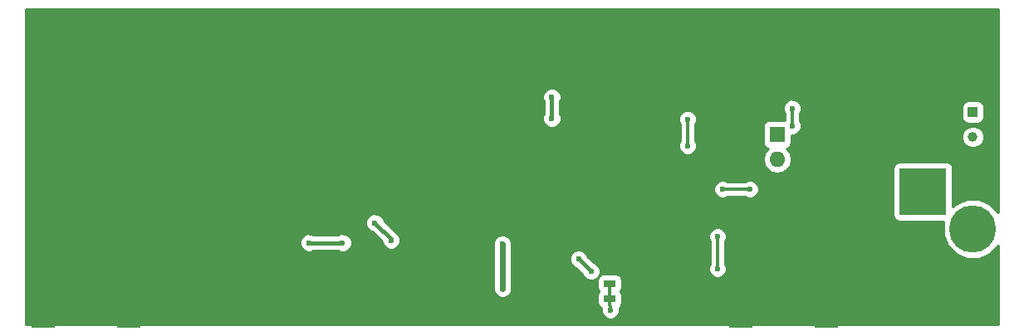
<source format=gbr>
G04 #@! TF.FileFunction,Copper,L2,Bot,Signal*
%FSLAX46Y46*%
G04 Gerber Fmt 4.6, Leading zero omitted, Abs format (unit mm)*
G04 Created by KiCad (PCBNEW 4.0.6) date 08/15/24 14:35:26*
%MOMM*%
%LPD*%
G01*
G04 APERTURE LIST*
%ADD10C,0.100000*%
%ADD11R,1.200000X0.750000*%
%ADD12R,1.600000X1.600000*%
%ADD13O,1.600000X1.600000*%
%ADD14R,2.420000X5.080000*%
%ADD15C,0.970000*%
%ADD16R,0.460000X0.890000*%
%ADD17C,4.800000*%
%ADD18R,4.800000X4.800000*%
%ADD19C,1.000000*%
%ADD20R,1.000000X1.000000*%
%ADD21C,0.600000*%
%ADD22C,0.400000*%
%ADD23C,0.300000*%
%ADD24C,0.600000*%
%ADD25C,0.254000*%
G04 APERTURE END LIST*
D10*
D11*
X151191000Y-139446000D03*
X149291000Y-139446000D03*
X151191000Y-140970000D03*
X149291000Y-140970000D03*
D12*
X168275000Y-124206000D03*
D13*
X168275000Y-126746000D03*
D14*
X93410000Y-141420000D03*
X102170000Y-141420000D03*
D15*
X93410000Y-137980000D03*
X102170000Y-137980000D03*
D16*
X93410000Y-138430000D03*
X102170000Y-138430000D03*
D14*
X164530000Y-141420000D03*
X173290000Y-141420000D03*
D15*
X164530000Y-137980000D03*
X173290000Y-137980000D03*
D16*
X164530000Y-138430000D03*
X173290000Y-138430000D03*
D17*
X183134000Y-136148000D03*
D18*
X183134000Y-130048000D03*
D17*
X188214000Y-133858000D03*
D19*
X189484000Y-123190000D03*
X188214000Y-124460000D03*
D20*
X188214000Y-121920000D03*
D21*
X175641000Y-124587000D03*
X171196000Y-130810000D03*
X171196000Y-128016000D03*
X171196000Y-124714000D03*
X166116000Y-132080000D03*
X170688000Y-132334000D03*
X170688000Y-135128000D03*
X170688000Y-137922000D03*
X161798000Y-143256000D03*
X155956000Y-143256000D03*
X149606000Y-143002000D03*
X146812000Y-143002000D03*
X143510000Y-143002000D03*
X143510000Y-141478000D03*
X141478000Y-141478000D03*
X139954000Y-143002000D03*
X160020000Y-134178000D03*
X159258000Y-137160000D03*
X158750000Y-139192000D03*
X159512000Y-140970000D03*
X161036000Y-139446000D03*
X154940000Y-122682000D03*
X150368000Y-122682000D03*
X147066000Y-117094000D03*
X147066000Y-120396000D03*
X152908000Y-134112000D03*
X154940000Y-134112000D03*
X154940000Y-125984000D03*
X147320000Y-125984000D03*
X144272000Y-129032000D03*
X145288000Y-133858000D03*
X148082000Y-135636000D03*
X151384000Y-134366000D03*
X158496000Y-134112000D03*
X139192000Y-131826000D03*
X139192000Y-130048000D03*
X137160000Y-132588000D03*
X100330000Y-132715000D03*
X104140000Y-132715000D03*
X107950000Y-132842000D03*
X111760000Y-132715000D03*
X115443000Y-132715000D03*
X119380000Y-132715000D03*
X126365000Y-124587000D03*
X119380000Y-116205000D03*
X115570000Y-116078000D03*
X111760000Y-116205000D03*
X107950000Y-116205000D03*
X104140000Y-116205000D03*
X100330000Y-116205000D03*
X93345000Y-124460000D03*
X131445000Y-134874000D03*
X134560000Y-131460000D03*
X189230000Y-116078000D03*
X187513000Y-111887000D03*
X180975000Y-115316000D03*
X175549000Y-118872000D03*
X151638000Y-115316000D03*
X161097000Y-120904000D03*
X173290000Y-137980000D03*
X164530000Y-137980000D03*
X160401000Y-128049000D03*
X159766000Y-129921000D03*
X144018000Y-135382000D03*
X142811500Y-124304500D03*
X139192000Y-126492000D03*
X137668000Y-126558000D03*
X133477000Y-139636500D03*
X133477000Y-137668000D03*
X133477000Y-138684000D03*
X132334000Y-138684000D03*
X132334000Y-139700000D03*
X131318000Y-139700000D03*
X131318000Y-138684000D03*
X131318000Y-137668000D03*
X132334000Y-137668000D03*
X127000000Y-135636000D03*
X127000000Y-142936000D03*
X116332000Y-142748000D03*
X106746000Y-143002000D03*
X106680000Y-138684000D03*
X102170000Y-137980000D03*
X93410000Y-137980000D03*
X165989000Y-114554000D03*
X159131000Y-122649000D03*
X159131000Y-125349000D03*
X162179000Y-134620000D03*
X162179000Y-137922000D03*
X151257000Y-142113000D03*
X169799000Y-121539000D03*
X169799000Y-123317000D03*
X165481000Y-129794000D03*
X162687000Y-129794000D03*
X151191000Y-139446000D03*
X128905000Y-135001000D03*
X127254000Y-133223000D03*
X123952000Y-135255000D03*
X120523000Y-135255000D03*
X145288000Y-120396000D03*
X145288000Y-122555000D03*
X140271500Y-139954000D03*
X140271500Y-138493500D03*
X140228500Y-135382000D03*
X140271500Y-136906000D03*
X148018500Y-136906000D03*
X149288500Y-138176000D03*
D22*
X175641000Y-124587000D02*
X171323000Y-124587000D01*
X171196000Y-128016000D02*
X171196000Y-130810000D01*
X171323000Y-124587000D02*
X171196000Y-124714000D01*
X173290000Y-137980000D02*
X170746000Y-137980000D01*
X170688000Y-135128000D02*
X170688000Y-132334000D01*
X170746000Y-137980000D02*
X170688000Y-137922000D01*
X133477000Y-139636500D02*
X136588500Y-139636500D01*
X149860000Y-143256000D02*
X155956000Y-143256000D01*
X149606000Y-143002000D02*
X149860000Y-143256000D01*
X143510000Y-143002000D02*
X146812000Y-143002000D01*
X141478000Y-141478000D02*
X143510000Y-141478000D01*
X136588500Y-139636500D02*
X139954000Y-143002000D01*
X160020000Y-134178000D02*
X160020000Y-136652000D01*
X160020000Y-134112000D02*
X160020000Y-134178000D01*
X159512000Y-137160000D02*
X159258000Y-137160000D01*
X160020000Y-136652000D02*
X159512000Y-137160000D01*
X164530000Y-137980000D02*
X164026000Y-137980000D01*
X158750000Y-140208000D02*
X158750000Y-139192000D01*
X159512000Y-140970000D02*
X158750000Y-140208000D01*
X162560000Y-139446000D02*
X161036000Y-139446000D01*
X164026000Y-137980000D02*
X162560000Y-139446000D01*
X150368000Y-122682000D02*
X149352000Y-122682000D01*
X154940000Y-125984000D02*
X154940000Y-122682000D01*
X149352000Y-122682000D02*
X147066000Y-120396000D01*
X154940000Y-125984000D02*
X147320000Y-125984000D01*
X144272000Y-129032000D02*
X145288000Y-130048000D01*
X145288000Y-130048000D02*
X145288000Y-133858000D01*
X148082000Y-135636000D02*
X149352000Y-134366000D01*
X149352000Y-134366000D02*
X151384000Y-134366000D01*
X158496000Y-134112000D02*
X154940000Y-134112000D01*
X144018000Y-135382000D02*
X142748000Y-135382000D01*
X142748000Y-135382000D02*
X139192000Y-131826000D01*
X139192000Y-130048000D02*
X139192000Y-131826000D01*
X139192000Y-131826000D02*
X138430000Y-132588000D01*
X138430000Y-132588000D02*
X137160000Y-132588000D01*
X104140000Y-116205000D02*
X104267000Y-116078000D01*
X134620000Y-131445000D02*
X134575000Y-131445000D01*
X134575000Y-131445000D02*
X134560000Y-131460000D01*
X175549000Y-118872000D02*
X175514000Y-118872000D01*
X161097000Y-120904000D02*
X161163000Y-120904000D01*
X160401000Y-128049000D02*
X160401000Y-128016000D01*
X143891000Y-135382000D02*
X144018000Y-135382000D01*
X142875000Y-124333000D02*
X142840000Y-124333000D01*
X142840000Y-124333000D02*
X142811500Y-124304500D01*
X137668000Y-126558000D02*
X137668000Y-126492000D01*
X133477000Y-139636500D02*
X133477000Y-139573000D01*
X133477000Y-138684000D02*
X133477000Y-137668000D01*
X131318000Y-139700000D02*
X132334000Y-139700000D01*
X131318000Y-137668000D02*
X131318000Y-138684000D01*
X132334000Y-138684000D02*
X132334000Y-137668000D01*
X127000000Y-142936000D02*
X127000000Y-142748000D01*
X106680000Y-142748000D02*
X106680000Y-142936000D01*
X106680000Y-142936000D02*
X106746000Y-143002000D01*
D23*
X159131000Y-122649000D02*
X159131000Y-125349000D01*
X151191000Y-140970000D02*
X151191000Y-141666000D01*
X162179000Y-137922000D02*
X162179000Y-134620000D01*
X151257000Y-141732000D02*
X151257000Y-142113000D01*
X151191000Y-141666000D02*
X151257000Y-141732000D01*
X169799000Y-121539000D02*
X169799000Y-123317000D01*
X165481000Y-129794000D02*
X162687000Y-129794000D01*
X151191000Y-140970000D02*
X151191000Y-139446000D01*
D22*
X128905000Y-134874000D02*
X128905000Y-135001000D01*
X127254000Y-133223000D02*
X128905000Y-134874000D01*
X120523000Y-135255000D02*
X123952000Y-135255000D01*
X145288000Y-120396000D02*
X145288000Y-122555000D01*
D24*
X140271500Y-138493500D02*
X140271500Y-139954000D01*
X140271500Y-136906000D02*
X140271500Y-138493500D01*
X140228500Y-135382000D02*
X140271500Y-135425000D01*
X140271500Y-135425000D02*
X140271500Y-136906000D01*
D22*
X149288500Y-138176000D02*
X148018500Y-136906000D01*
D25*
G36*
X190806000Y-132183536D02*
X190788448Y-132141057D01*
X189935434Y-131286553D01*
X188820347Y-130823528D01*
X187612950Y-130822474D01*
X186497057Y-131283552D01*
X186181440Y-131598619D01*
X186181440Y-127648000D01*
X186137162Y-127412683D01*
X185998090Y-127196559D01*
X185785890Y-127051569D01*
X185534000Y-127000560D01*
X180734000Y-127000560D01*
X180498683Y-127044838D01*
X180282559Y-127183910D01*
X180137569Y-127396110D01*
X180086560Y-127648000D01*
X180086560Y-132448000D01*
X180130838Y-132683317D01*
X180269910Y-132899441D01*
X180482110Y-133044431D01*
X180734000Y-133095440D01*
X185244393Y-133095440D01*
X185179528Y-133251653D01*
X185178474Y-134459050D01*
X185639552Y-135574943D01*
X186492566Y-136429447D01*
X187607653Y-136892472D01*
X188815050Y-136893526D01*
X189930943Y-136432448D01*
X190785447Y-135579434D01*
X190806000Y-135529937D01*
X190806000Y-143562000D01*
X91642000Y-143562000D01*
X91642000Y-135440167D01*
X119587838Y-135440167D01*
X119729883Y-135783943D01*
X119992673Y-136047192D01*
X120336201Y-136189838D01*
X120708167Y-136190162D01*
X120950578Y-136090000D01*
X123524766Y-136090000D01*
X123765201Y-136189838D01*
X124137167Y-136190162D01*
X124480943Y-136048117D01*
X124744192Y-135785327D01*
X124886838Y-135441799D01*
X124887162Y-135069833D01*
X124745117Y-134726057D01*
X124482327Y-134462808D01*
X124138799Y-134320162D01*
X123766833Y-134319838D01*
X123524422Y-134420000D01*
X120950234Y-134420000D01*
X120709799Y-134320162D01*
X120337833Y-134319838D01*
X119994057Y-134461883D01*
X119730808Y-134724673D01*
X119588162Y-135068201D01*
X119587838Y-135440167D01*
X91642000Y-135440167D01*
X91642000Y-133408167D01*
X126318838Y-133408167D01*
X126460883Y-133751943D01*
X126723673Y-134015192D01*
X126965910Y-134115778D01*
X127969896Y-135119764D01*
X127969838Y-135186167D01*
X128111883Y-135529943D01*
X128374673Y-135793192D01*
X128718201Y-135935838D01*
X129090167Y-135936162D01*
X129433943Y-135794117D01*
X129661289Y-135567167D01*
X139293338Y-135567167D01*
X139336500Y-135671627D01*
X139336500Y-136905184D01*
X139336338Y-137091167D01*
X139336500Y-137091559D01*
X139336500Y-138492684D01*
X139336338Y-138678667D01*
X139336500Y-138679059D01*
X139336500Y-139953184D01*
X139336338Y-140139167D01*
X139478383Y-140482943D01*
X139741173Y-140746192D01*
X140084701Y-140888838D01*
X140456667Y-140889162D01*
X140800443Y-140747117D01*
X141063692Y-140484327D01*
X141206338Y-140140799D01*
X141206662Y-139768833D01*
X141206500Y-139768441D01*
X141206500Y-138494316D01*
X141206662Y-138308333D01*
X141206500Y-138307941D01*
X141206500Y-137091167D01*
X147083338Y-137091167D01*
X147225383Y-137434943D01*
X147488173Y-137698192D01*
X147730410Y-137798778D01*
X148395965Y-138464333D01*
X148495383Y-138704943D01*
X148758173Y-138968192D01*
X149101701Y-139110838D01*
X149473667Y-139111162D01*
X149817443Y-138969117D01*
X150052189Y-138734780D01*
X149994569Y-138819110D01*
X149943560Y-139071000D01*
X149943560Y-139821000D01*
X149987838Y-140056317D01*
X150086143Y-140209087D01*
X149994569Y-140343110D01*
X149943560Y-140595000D01*
X149943560Y-141345000D01*
X149987838Y-141580317D01*
X150126910Y-141796441D01*
X150322159Y-141929849D01*
X150321838Y-142298167D01*
X150463883Y-142641943D01*
X150726673Y-142905192D01*
X151070201Y-143047838D01*
X151442167Y-143048162D01*
X151785943Y-142906117D01*
X152049192Y-142643327D01*
X152191838Y-142299799D01*
X152192162Y-141927833D01*
X152163964Y-141859589D01*
X152242441Y-141809090D01*
X152387431Y-141596890D01*
X152438440Y-141345000D01*
X152438440Y-140595000D01*
X152394162Y-140359683D01*
X152295857Y-140206913D01*
X152387431Y-140072890D01*
X152438440Y-139821000D01*
X152438440Y-139071000D01*
X152394162Y-138835683D01*
X152255090Y-138619559D01*
X152042890Y-138474569D01*
X151791000Y-138423560D01*
X150591000Y-138423560D01*
X150355683Y-138467838D01*
X150139559Y-138606910D01*
X150094730Y-138672519D01*
X150223338Y-138362799D01*
X150223662Y-137990833D01*
X150081617Y-137647057D01*
X149818827Y-137383808D01*
X149576590Y-137283222D01*
X148911035Y-136617667D01*
X148811617Y-136377057D01*
X148548827Y-136113808D01*
X148205299Y-135971162D01*
X147833333Y-135970838D01*
X147489557Y-136112883D01*
X147226308Y-136375673D01*
X147083662Y-136719201D01*
X147083338Y-137091167D01*
X141206500Y-137091167D01*
X141206500Y-136906816D01*
X141206662Y-136720833D01*
X141206500Y-136720441D01*
X141206500Y-135425000D01*
X141163651Y-135209584D01*
X141163662Y-135196833D01*
X141158750Y-135184944D01*
X141135327Y-135067191D01*
X141069208Y-134968237D01*
X141021617Y-134853057D01*
X140973811Y-134805167D01*
X161243838Y-134805167D01*
X161385883Y-135148943D01*
X161394000Y-135157074D01*
X161394000Y-137384494D01*
X161386808Y-137391673D01*
X161244162Y-137735201D01*
X161243838Y-138107167D01*
X161385883Y-138450943D01*
X161648673Y-138714192D01*
X161992201Y-138856838D01*
X162364167Y-138857162D01*
X162707943Y-138715117D01*
X162971192Y-138452327D01*
X163113838Y-138108799D01*
X163114162Y-137736833D01*
X162972117Y-137393057D01*
X162964000Y-137384926D01*
X162964000Y-135157506D01*
X162971192Y-135150327D01*
X163113838Y-134806799D01*
X163114162Y-134434833D01*
X162972117Y-134091057D01*
X162709327Y-133827808D01*
X162365799Y-133685162D01*
X161993833Y-133684838D01*
X161650057Y-133826883D01*
X161386808Y-134089673D01*
X161244162Y-134433201D01*
X161243838Y-134805167D01*
X140973811Y-134805167D01*
X140932796Y-134764081D01*
X140932645Y-134763855D01*
X140889936Y-134721146D01*
X140758827Y-134589808D01*
X140415299Y-134447162D01*
X140043333Y-134446838D01*
X139699557Y-134588883D01*
X139436308Y-134851673D01*
X139293662Y-135195201D01*
X139293338Y-135567167D01*
X129661289Y-135567167D01*
X129697192Y-135531327D01*
X129839838Y-135187799D01*
X129840162Y-134815833D01*
X129698117Y-134472057D01*
X129435327Y-134208808D01*
X129410272Y-134198404D01*
X128146535Y-132934667D01*
X128047117Y-132694057D01*
X127784327Y-132430808D01*
X127440799Y-132288162D01*
X127068833Y-132287838D01*
X126725057Y-132429883D01*
X126461808Y-132692673D01*
X126319162Y-133036201D01*
X126318838Y-133408167D01*
X91642000Y-133408167D01*
X91642000Y-129979167D01*
X161751838Y-129979167D01*
X161893883Y-130322943D01*
X162156673Y-130586192D01*
X162500201Y-130728838D01*
X162872167Y-130729162D01*
X163215943Y-130587117D01*
X163224074Y-130579000D01*
X164943494Y-130579000D01*
X164950673Y-130586192D01*
X165294201Y-130728838D01*
X165666167Y-130729162D01*
X166009943Y-130587117D01*
X166273192Y-130324327D01*
X166415838Y-129980799D01*
X166416162Y-129608833D01*
X166274117Y-129265057D01*
X166011327Y-129001808D01*
X165667799Y-128859162D01*
X165295833Y-128858838D01*
X164952057Y-129000883D01*
X164943926Y-129009000D01*
X163224506Y-129009000D01*
X163217327Y-129001808D01*
X162873799Y-128859162D01*
X162501833Y-128858838D01*
X162158057Y-129000883D01*
X161894808Y-129263673D01*
X161752162Y-129607201D01*
X161751838Y-129979167D01*
X91642000Y-129979167D01*
X91642000Y-120581167D01*
X144352838Y-120581167D01*
X144453000Y-120823578D01*
X144453000Y-122127766D01*
X144353162Y-122368201D01*
X144352838Y-122740167D01*
X144494883Y-123083943D01*
X144757673Y-123347192D01*
X145101201Y-123489838D01*
X145473167Y-123490162D01*
X145816943Y-123348117D01*
X146080192Y-123085327D01*
X146184483Y-122834167D01*
X158195838Y-122834167D01*
X158337883Y-123177943D01*
X158346000Y-123186074D01*
X158346000Y-124811494D01*
X158338808Y-124818673D01*
X158196162Y-125162201D01*
X158195838Y-125534167D01*
X158337883Y-125877943D01*
X158600673Y-126141192D01*
X158944201Y-126283838D01*
X159316167Y-126284162D01*
X159659943Y-126142117D01*
X159923192Y-125879327D01*
X160065838Y-125535799D01*
X160066162Y-125163833D01*
X159924117Y-124820057D01*
X159916000Y-124811926D01*
X159916000Y-123406000D01*
X166827560Y-123406000D01*
X166827560Y-125006000D01*
X166871838Y-125241317D01*
X167010910Y-125457441D01*
X167223110Y-125602431D01*
X167367375Y-125631645D01*
X167260302Y-125703189D01*
X166949233Y-126168736D01*
X166840000Y-126717887D01*
X166840000Y-126774113D01*
X166949233Y-127323264D01*
X167260302Y-127788811D01*
X167725849Y-128099880D01*
X168275000Y-128209113D01*
X168824151Y-128099880D01*
X169289698Y-127788811D01*
X169600767Y-127323264D01*
X169710000Y-126774113D01*
X169710000Y-126717887D01*
X169600767Y-126168736D01*
X169289698Y-125703189D01*
X169184428Y-125632850D01*
X169310317Y-125609162D01*
X169526441Y-125470090D01*
X169671431Y-125257890D01*
X169722440Y-125006000D01*
X169722440Y-124684775D01*
X187078803Y-124684775D01*
X187251233Y-125102086D01*
X187570235Y-125421645D01*
X187987244Y-125594803D01*
X188438775Y-125595197D01*
X188856086Y-125422767D01*
X189175645Y-125103765D01*
X189348803Y-124686756D01*
X189349197Y-124235225D01*
X189176767Y-123817914D01*
X188857765Y-123498355D01*
X188440756Y-123325197D01*
X187989225Y-123324803D01*
X187571914Y-123497233D01*
X187252355Y-123816235D01*
X187079197Y-124233244D01*
X187078803Y-124684775D01*
X169722440Y-124684775D01*
X169722440Y-124251934D01*
X169984167Y-124252162D01*
X170327943Y-124110117D01*
X170591192Y-123847327D01*
X170733838Y-123503799D01*
X170734162Y-123131833D01*
X170592117Y-122788057D01*
X170584000Y-122779926D01*
X170584000Y-122076506D01*
X170591192Y-122069327D01*
X170733838Y-121725799D01*
X170734104Y-121420000D01*
X187066560Y-121420000D01*
X187066560Y-122420000D01*
X187110838Y-122655317D01*
X187249910Y-122871441D01*
X187462110Y-123016431D01*
X187714000Y-123067440D01*
X188714000Y-123067440D01*
X188949317Y-123023162D01*
X189165441Y-122884090D01*
X189310431Y-122671890D01*
X189361440Y-122420000D01*
X189361440Y-121420000D01*
X189317162Y-121184683D01*
X189178090Y-120968559D01*
X188965890Y-120823569D01*
X188714000Y-120772560D01*
X187714000Y-120772560D01*
X187478683Y-120816838D01*
X187262559Y-120955910D01*
X187117569Y-121168110D01*
X187066560Y-121420000D01*
X170734104Y-121420000D01*
X170734162Y-121353833D01*
X170592117Y-121010057D01*
X170329327Y-120746808D01*
X169985799Y-120604162D01*
X169613833Y-120603838D01*
X169270057Y-120745883D01*
X169006808Y-121008673D01*
X168864162Y-121352201D01*
X168863838Y-121724167D01*
X169005883Y-122067943D01*
X169014000Y-122076074D01*
X169014000Y-122758560D01*
X167475000Y-122758560D01*
X167239683Y-122802838D01*
X167023559Y-122941910D01*
X166878569Y-123154110D01*
X166827560Y-123406000D01*
X159916000Y-123406000D01*
X159916000Y-123186506D01*
X159923192Y-123179327D01*
X160065838Y-122835799D01*
X160066162Y-122463833D01*
X159924117Y-122120057D01*
X159661327Y-121856808D01*
X159317799Y-121714162D01*
X158945833Y-121713838D01*
X158602057Y-121855883D01*
X158338808Y-122118673D01*
X158196162Y-122462201D01*
X158195838Y-122834167D01*
X146184483Y-122834167D01*
X146222838Y-122741799D01*
X146223162Y-122369833D01*
X146123000Y-122127422D01*
X146123000Y-120823234D01*
X146222838Y-120582799D01*
X146223162Y-120210833D01*
X146081117Y-119867057D01*
X145818327Y-119603808D01*
X145474799Y-119461162D01*
X145102833Y-119460838D01*
X144759057Y-119602883D01*
X144495808Y-119865673D01*
X144353162Y-120209201D01*
X144352838Y-120581167D01*
X91642000Y-120581167D01*
X91642000Y-111454000D01*
X190806000Y-111454000D01*
X190806000Y-132183536D01*
X190806000Y-132183536D01*
G37*
X190806000Y-132183536D02*
X190788448Y-132141057D01*
X189935434Y-131286553D01*
X188820347Y-130823528D01*
X187612950Y-130822474D01*
X186497057Y-131283552D01*
X186181440Y-131598619D01*
X186181440Y-127648000D01*
X186137162Y-127412683D01*
X185998090Y-127196559D01*
X185785890Y-127051569D01*
X185534000Y-127000560D01*
X180734000Y-127000560D01*
X180498683Y-127044838D01*
X180282559Y-127183910D01*
X180137569Y-127396110D01*
X180086560Y-127648000D01*
X180086560Y-132448000D01*
X180130838Y-132683317D01*
X180269910Y-132899441D01*
X180482110Y-133044431D01*
X180734000Y-133095440D01*
X185244393Y-133095440D01*
X185179528Y-133251653D01*
X185178474Y-134459050D01*
X185639552Y-135574943D01*
X186492566Y-136429447D01*
X187607653Y-136892472D01*
X188815050Y-136893526D01*
X189930943Y-136432448D01*
X190785447Y-135579434D01*
X190806000Y-135529937D01*
X190806000Y-143562000D01*
X91642000Y-143562000D01*
X91642000Y-135440167D01*
X119587838Y-135440167D01*
X119729883Y-135783943D01*
X119992673Y-136047192D01*
X120336201Y-136189838D01*
X120708167Y-136190162D01*
X120950578Y-136090000D01*
X123524766Y-136090000D01*
X123765201Y-136189838D01*
X124137167Y-136190162D01*
X124480943Y-136048117D01*
X124744192Y-135785327D01*
X124886838Y-135441799D01*
X124887162Y-135069833D01*
X124745117Y-134726057D01*
X124482327Y-134462808D01*
X124138799Y-134320162D01*
X123766833Y-134319838D01*
X123524422Y-134420000D01*
X120950234Y-134420000D01*
X120709799Y-134320162D01*
X120337833Y-134319838D01*
X119994057Y-134461883D01*
X119730808Y-134724673D01*
X119588162Y-135068201D01*
X119587838Y-135440167D01*
X91642000Y-135440167D01*
X91642000Y-133408167D01*
X126318838Y-133408167D01*
X126460883Y-133751943D01*
X126723673Y-134015192D01*
X126965910Y-134115778D01*
X127969896Y-135119764D01*
X127969838Y-135186167D01*
X128111883Y-135529943D01*
X128374673Y-135793192D01*
X128718201Y-135935838D01*
X129090167Y-135936162D01*
X129433943Y-135794117D01*
X129661289Y-135567167D01*
X139293338Y-135567167D01*
X139336500Y-135671627D01*
X139336500Y-136905184D01*
X139336338Y-137091167D01*
X139336500Y-137091559D01*
X139336500Y-138492684D01*
X139336338Y-138678667D01*
X139336500Y-138679059D01*
X139336500Y-139953184D01*
X139336338Y-140139167D01*
X139478383Y-140482943D01*
X139741173Y-140746192D01*
X140084701Y-140888838D01*
X140456667Y-140889162D01*
X140800443Y-140747117D01*
X141063692Y-140484327D01*
X141206338Y-140140799D01*
X141206662Y-139768833D01*
X141206500Y-139768441D01*
X141206500Y-138494316D01*
X141206662Y-138308333D01*
X141206500Y-138307941D01*
X141206500Y-137091167D01*
X147083338Y-137091167D01*
X147225383Y-137434943D01*
X147488173Y-137698192D01*
X147730410Y-137798778D01*
X148395965Y-138464333D01*
X148495383Y-138704943D01*
X148758173Y-138968192D01*
X149101701Y-139110838D01*
X149473667Y-139111162D01*
X149817443Y-138969117D01*
X150052189Y-138734780D01*
X149994569Y-138819110D01*
X149943560Y-139071000D01*
X149943560Y-139821000D01*
X149987838Y-140056317D01*
X150086143Y-140209087D01*
X149994569Y-140343110D01*
X149943560Y-140595000D01*
X149943560Y-141345000D01*
X149987838Y-141580317D01*
X150126910Y-141796441D01*
X150322159Y-141929849D01*
X150321838Y-142298167D01*
X150463883Y-142641943D01*
X150726673Y-142905192D01*
X151070201Y-143047838D01*
X151442167Y-143048162D01*
X151785943Y-142906117D01*
X152049192Y-142643327D01*
X152191838Y-142299799D01*
X152192162Y-141927833D01*
X152163964Y-141859589D01*
X152242441Y-141809090D01*
X152387431Y-141596890D01*
X152438440Y-141345000D01*
X152438440Y-140595000D01*
X152394162Y-140359683D01*
X152295857Y-140206913D01*
X152387431Y-140072890D01*
X152438440Y-139821000D01*
X152438440Y-139071000D01*
X152394162Y-138835683D01*
X152255090Y-138619559D01*
X152042890Y-138474569D01*
X151791000Y-138423560D01*
X150591000Y-138423560D01*
X150355683Y-138467838D01*
X150139559Y-138606910D01*
X150094730Y-138672519D01*
X150223338Y-138362799D01*
X150223662Y-137990833D01*
X150081617Y-137647057D01*
X149818827Y-137383808D01*
X149576590Y-137283222D01*
X148911035Y-136617667D01*
X148811617Y-136377057D01*
X148548827Y-136113808D01*
X148205299Y-135971162D01*
X147833333Y-135970838D01*
X147489557Y-136112883D01*
X147226308Y-136375673D01*
X147083662Y-136719201D01*
X147083338Y-137091167D01*
X141206500Y-137091167D01*
X141206500Y-136906816D01*
X141206662Y-136720833D01*
X141206500Y-136720441D01*
X141206500Y-135425000D01*
X141163651Y-135209584D01*
X141163662Y-135196833D01*
X141158750Y-135184944D01*
X141135327Y-135067191D01*
X141069208Y-134968237D01*
X141021617Y-134853057D01*
X140973811Y-134805167D01*
X161243838Y-134805167D01*
X161385883Y-135148943D01*
X161394000Y-135157074D01*
X161394000Y-137384494D01*
X161386808Y-137391673D01*
X161244162Y-137735201D01*
X161243838Y-138107167D01*
X161385883Y-138450943D01*
X161648673Y-138714192D01*
X161992201Y-138856838D01*
X162364167Y-138857162D01*
X162707943Y-138715117D01*
X162971192Y-138452327D01*
X163113838Y-138108799D01*
X163114162Y-137736833D01*
X162972117Y-137393057D01*
X162964000Y-137384926D01*
X162964000Y-135157506D01*
X162971192Y-135150327D01*
X163113838Y-134806799D01*
X163114162Y-134434833D01*
X162972117Y-134091057D01*
X162709327Y-133827808D01*
X162365799Y-133685162D01*
X161993833Y-133684838D01*
X161650057Y-133826883D01*
X161386808Y-134089673D01*
X161244162Y-134433201D01*
X161243838Y-134805167D01*
X140973811Y-134805167D01*
X140932796Y-134764081D01*
X140932645Y-134763855D01*
X140889936Y-134721146D01*
X140758827Y-134589808D01*
X140415299Y-134447162D01*
X140043333Y-134446838D01*
X139699557Y-134588883D01*
X139436308Y-134851673D01*
X139293662Y-135195201D01*
X139293338Y-135567167D01*
X129661289Y-135567167D01*
X129697192Y-135531327D01*
X129839838Y-135187799D01*
X129840162Y-134815833D01*
X129698117Y-134472057D01*
X129435327Y-134208808D01*
X129410272Y-134198404D01*
X128146535Y-132934667D01*
X128047117Y-132694057D01*
X127784327Y-132430808D01*
X127440799Y-132288162D01*
X127068833Y-132287838D01*
X126725057Y-132429883D01*
X126461808Y-132692673D01*
X126319162Y-133036201D01*
X126318838Y-133408167D01*
X91642000Y-133408167D01*
X91642000Y-129979167D01*
X161751838Y-129979167D01*
X161893883Y-130322943D01*
X162156673Y-130586192D01*
X162500201Y-130728838D01*
X162872167Y-130729162D01*
X163215943Y-130587117D01*
X163224074Y-130579000D01*
X164943494Y-130579000D01*
X164950673Y-130586192D01*
X165294201Y-130728838D01*
X165666167Y-130729162D01*
X166009943Y-130587117D01*
X166273192Y-130324327D01*
X166415838Y-129980799D01*
X166416162Y-129608833D01*
X166274117Y-129265057D01*
X166011327Y-129001808D01*
X165667799Y-128859162D01*
X165295833Y-128858838D01*
X164952057Y-129000883D01*
X164943926Y-129009000D01*
X163224506Y-129009000D01*
X163217327Y-129001808D01*
X162873799Y-128859162D01*
X162501833Y-128858838D01*
X162158057Y-129000883D01*
X161894808Y-129263673D01*
X161752162Y-129607201D01*
X161751838Y-129979167D01*
X91642000Y-129979167D01*
X91642000Y-120581167D01*
X144352838Y-120581167D01*
X144453000Y-120823578D01*
X144453000Y-122127766D01*
X144353162Y-122368201D01*
X144352838Y-122740167D01*
X144494883Y-123083943D01*
X144757673Y-123347192D01*
X145101201Y-123489838D01*
X145473167Y-123490162D01*
X145816943Y-123348117D01*
X146080192Y-123085327D01*
X146184483Y-122834167D01*
X158195838Y-122834167D01*
X158337883Y-123177943D01*
X158346000Y-123186074D01*
X158346000Y-124811494D01*
X158338808Y-124818673D01*
X158196162Y-125162201D01*
X158195838Y-125534167D01*
X158337883Y-125877943D01*
X158600673Y-126141192D01*
X158944201Y-126283838D01*
X159316167Y-126284162D01*
X159659943Y-126142117D01*
X159923192Y-125879327D01*
X160065838Y-125535799D01*
X160066162Y-125163833D01*
X159924117Y-124820057D01*
X159916000Y-124811926D01*
X159916000Y-123406000D01*
X166827560Y-123406000D01*
X166827560Y-125006000D01*
X166871838Y-125241317D01*
X167010910Y-125457441D01*
X167223110Y-125602431D01*
X167367375Y-125631645D01*
X167260302Y-125703189D01*
X166949233Y-126168736D01*
X166840000Y-126717887D01*
X166840000Y-126774113D01*
X166949233Y-127323264D01*
X167260302Y-127788811D01*
X167725849Y-128099880D01*
X168275000Y-128209113D01*
X168824151Y-128099880D01*
X169289698Y-127788811D01*
X169600767Y-127323264D01*
X169710000Y-126774113D01*
X169710000Y-126717887D01*
X169600767Y-126168736D01*
X169289698Y-125703189D01*
X169184428Y-125632850D01*
X169310317Y-125609162D01*
X169526441Y-125470090D01*
X169671431Y-125257890D01*
X169722440Y-125006000D01*
X169722440Y-124684775D01*
X187078803Y-124684775D01*
X187251233Y-125102086D01*
X187570235Y-125421645D01*
X187987244Y-125594803D01*
X188438775Y-125595197D01*
X188856086Y-125422767D01*
X189175645Y-125103765D01*
X189348803Y-124686756D01*
X189349197Y-124235225D01*
X189176767Y-123817914D01*
X188857765Y-123498355D01*
X188440756Y-123325197D01*
X187989225Y-123324803D01*
X187571914Y-123497233D01*
X187252355Y-123816235D01*
X187079197Y-124233244D01*
X187078803Y-124684775D01*
X169722440Y-124684775D01*
X169722440Y-124251934D01*
X169984167Y-124252162D01*
X170327943Y-124110117D01*
X170591192Y-123847327D01*
X170733838Y-123503799D01*
X170734162Y-123131833D01*
X170592117Y-122788057D01*
X170584000Y-122779926D01*
X170584000Y-122076506D01*
X170591192Y-122069327D01*
X170733838Y-121725799D01*
X170734104Y-121420000D01*
X187066560Y-121420000D01*
X187066560Y-122420000D01*
X187110838Y-122655317D01*
X187249910Y-122871441D01*
X187462110Y-123016431D01*
X187714000Y-123067440D01*
X188714000Y-123067440D01*
X188949317Y-123023162D01*
X189165441Y-122884090D01*
X189310431Y-122671890D01*
X189361440Y-122420000D01*
X189361440Y-121420000D01*
X189317162Y-121184683D01*
X189178090Y-120968559D01*
X188965890Y-120823569D01*
X188714000Y-120772560D01*
X187714000Y-120772560D01*
X187478683Y-120816838D01*
X187262559Y-120955910D01*
X187117569Y-121168110D01*
X187066560Y-121420000D01*
X170734104Y-121420000D01*
X170734162Y-121353833D01*
X170592117Y-121010057D01*
X170329327Y-120746808D01*
X169985799Y-120604162D01*
X169613833Y-120603838D01*
X169270057Y-120745883D01*
X169006808Y-121008673D01*
X168864162Y-121352201D01*
X168863838Y-121724167D01*
X169005883Y-122067943D01*
X169014000Y-122076074D01*
X169014000Y-122758560D01*
X167475000Y-122758560D01*
X167239683Y-122802838D01*
X167023559Y-122941910D01*
X166878569Y-123154110D01*
X166827560Y-123406000D01*
X159916000Y-123406000D01*
X159916000Y-123186506D01*
X159923192Y-123179327D01*
X160065838Y-122835799D01*
X160066162Y-122463833D01*
X159924117Y-122120057D01*
X159661327Y-121856808D01*
X159317799Y-121714162D01*
X158945833Y-121713838D01*
X158602057Y-121855883D01*
X158338808Y-122118673D01*
X158196162Y-122462201D01*
X158195838Y-122834167D01*
X146184483Y-122834167D01*
X146222838Y-122741799D01*
X146223162Y-122369833D01*
X146123000Y-122127422D01*
X146123000Y-120823234D01*
X146222838Y-120582799D01*
X146223162Y-120210833D01*
X146081117Y-119867057D01*
X145818327Y-119603808D01*
X145474799Y-119461162D01*
X145102833Y-119460838D01*
X144759057Y-119602883D01*
X144495808Y-119865673D01*
X144353162Y-120209201D01*
X144352838Y-120581167D01*
X91642000Y-120581167D01*
X91642000Y-111454000D01*
X190806000Y-111454000D01*
X190806000Y-132183536D01*
M02*

</source>
